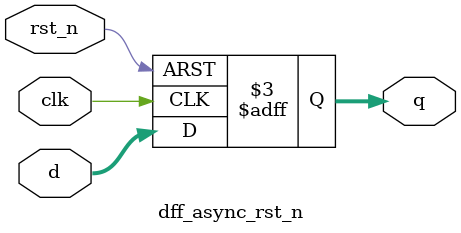
<source format=v>
module dff_async_rst_n
#(
    parameter WIDTH = 8,
              RESET = 8'b1
)
(
    input                      clk,
    input                      rst_n,
    input      [WIDTH - 1 : 0] d,
    output reg [WIDTH - 1 : 0] q
);

    always @ (posedge clk or negedge rst_n)
        if (!rst_n)
            q <= RESET;
        else
            q <= d;
 
endmodule
</source>
